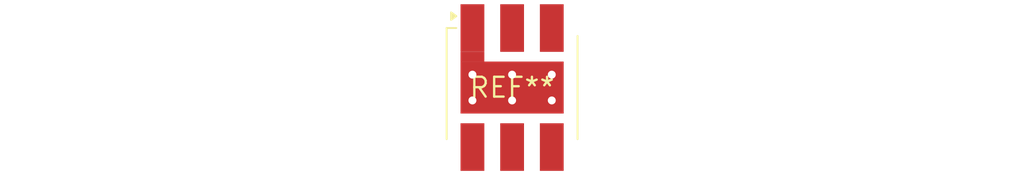
<source format=kicad_pcb>
(kicad_pcb (version 20240108) (generator pcbnew)
  (layers (0 "F.Cu" signal) (31 "B.Cu" signal) (34 "B.Paste" user) (35 "F.Paste" user) (36 "B.SilkS" user "B.Silkscreen") (37 "F.SilkS" user "F.Silkscreen") (38 "B.Mask" user) (39 "F.Mask" user) (44 "Edge.Cuts" user))
  (net 0 "")
  (footprint "Mini-Circuits_QQQ130_LandPattern_PL-236_ClockwisePinNumbering" (layer "F.Cu") (at 0 0)
    (property "Reference" "REF**")
    (property "Value" "Mini-Circuits_QQQ130_LandPattern_PL-236_ClockwisePinNumbering")
    (fp_line (start -4.191 -3.81) (end -4.191 3.302) (layer "F.SilkS") (stroke (width 0.12)))
    (fp_line (start -3.57 -3.81) (end -4.191 -3.81) (layer "F.SilkS") (stroke (width 0.12)))
    (fp_line (start 4.191 -3.302) (end 4.191 3.302) (layer "F.SilkS") (stroke (width 0.12)))
    (fp_poly (pts (xy -3.57 -4.572) (xy -3.906 -4.332) (xy -3.906 -4.812) (xy -3.57 -4.572)) (layer "F.SilkS") (stroke (width 0.12)) (fill solid))
    (pad "1" smd rect (at -2.54 -3.81) (size 1.524 3.048) (layers "F.Cu" "F.Paste" "F.Mask"))
    (pad "1" smd rect (at -2.54 -1.9685 90) (size 0.635 1.524) (layers "F.Cu"))
    (pad "1" thru_hole circle (at -2.54 -0.8255) (size 1.016 1.016) (drill 0.508) (layers *.Cu) (remove_unused_layers))
    (pad "1" thru_hole circle (at -2.54 0.8255) (size 1.016 1.016) (drill 0.508) (layers *.Cu) (remove_unused_layers))
    (pad "1" thru_hole circle (at 0 -0.8255) (size 1.016 1.016) (drill 0.508) (layers *.Cu) (remove_unused_layers))
    (pad "1" smd rect (at 0 0 90) (size 3.3274 6.604) (layers "F.Cu"))
    (pad "1" thru_hole circle (at 0 0.8255) (size 1.016 1.016) (drill 0.508) (layers *.Cu) (remove_unused_layers))
    (pad "1" thru_hole circle (at 2.54 -0.8255) (size 1.016 1.016) (drill 0.508) (layers *.Cu) (remove_unused_layers))
    (pad "1" thru_hole circle (at 2.54 0.8255) (size 1.016 1.016) (drill 0.508) (layers *.Cu) (remove_unused_layers))
    (pad "2" smd rect (at 0 -3.81) (size 1.524 3.048) (layers "F.Cu" "F.Paste" "F.Mask") (clearance 0.635))
    (pad "3" smd rect (at 2.54 -3.81) (size 1.524 3.048) (layers "F.Cu" "F.Paste" "F.Mask") (clearance 0.635))
    (pad "4" smd rect (at 2.54 3.81) (size 1.524 3.048) (layers "F.Cu" "F.Paste" "F.Mask") (clearance 0.635))
    (pad "5" smd rect (at 0 3.81) (size 1.524 3.048) (layers "F.Cu" "F.Paste" "F.Mask") (clearance 0.635))
    (pad "6" smd rect (at -2.54 3.81) (size 1.524 3.048) (layers "F.Cu" "F.Paste" "F.Mask") (clearance 0.635))
  )
)
</source>
